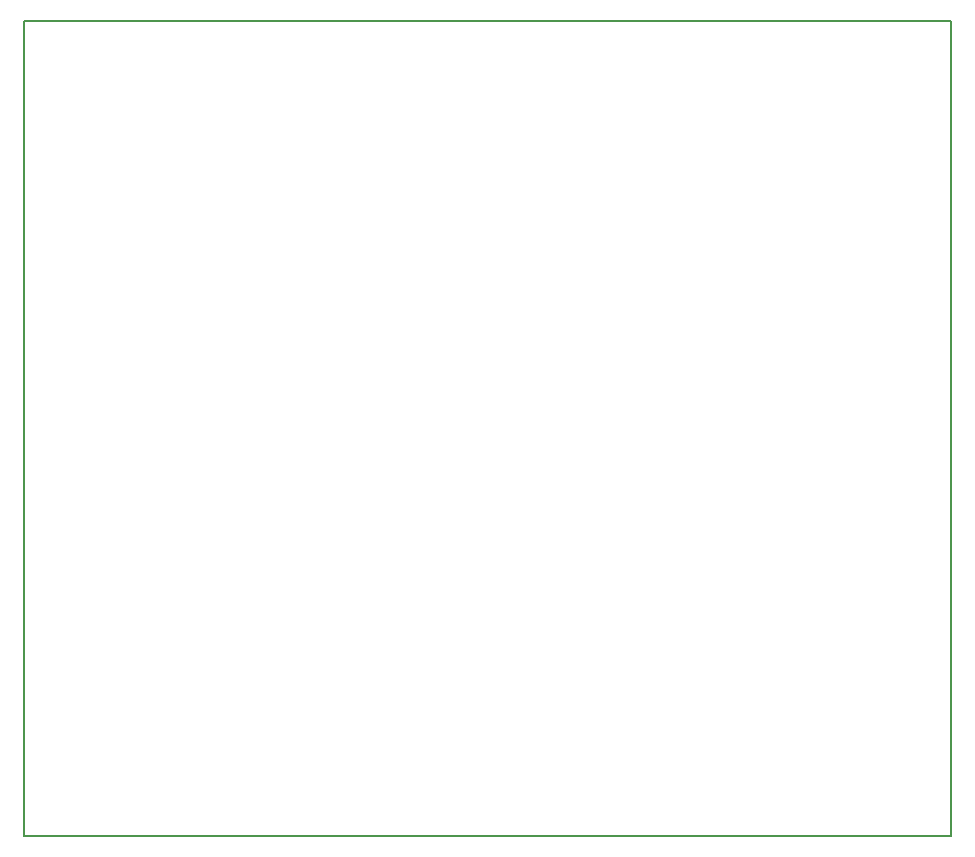
<source format=gm1>
G04 #@! TF.GenerationSoftware,KiCad,Pcbnew,(5.0.0)*
G04 #@! TF.CreationDate,2019-04-04T01:40:40-07:00*
G04 #@! TF.ProjectId,kicad-cpu-board,6B696361642D6370752D626F6172642E,rev?*
G04 #@! TF.SameCoordinates,Original*
G04 #@! TF.FileFunction,Profile,NP*
%FSLAX46Y46*%
G04 Gerber Fmt 4.6, Leading zero omitted, Abs format (unit mm)*
G04 Created by KiCad (PCBNEW (5.0.0)) date 04/04/19 01:40:40*
%MOMM*%
%LPD*%
G01*
G04 APERTURE LIST*
%ADD10C,0.150000*%
G04 APERTURE END LIST*
D10*
X24000000Y-43000000D02*
X102500000Y-43000000D01*
X102500000Y-112000000D02*
X102500000Y-43000000D01*
X24000000Y-112000000D02*
X102500000Y-112000000D01*
X24000000Y-43000000D02*
X24000000Y-112000000D01*
M02*

</source>
